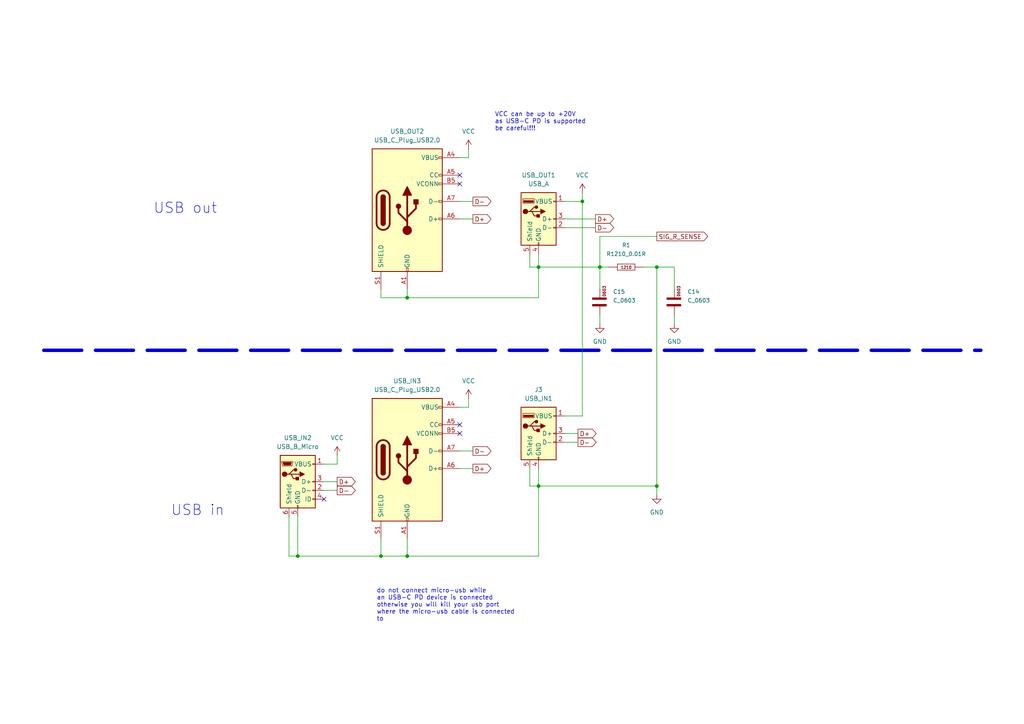
<source format=kicad_sch>
(kicad_sch (version 20211123) (generator eeschema)
  (paper "A4")
  (title_block (title "UM25/C schematic") (date "2022-02-06") (rev "1") (comment 1 "license GPLv2") (comment 3 "(c) 02/2022, Steffen Mauch "))
  (lib_symbols
    (symbol "Connector:USB_A" (pin_names (offset 1.016))
      (property "Reference" "J" (at -5.08 11.43 0))
      (property "Value" "USB_A" (at -5.08 8.89 0))
      (symbol "USB_A_0_1"
        (rectangle (start -5.08 -7.62) (end 5.08 7.62) (stroke (width 0.254)) (fill (type background)))
        (circle (center -3.81 2.159) (radius 0.635) (stroke (width 0.254)) (fill (type outline)))
        (rectangle (start -1.524 4.826) (end -4.318 5.334) (fill (type outline)))
        (rectangle (start -1.27 4.572) (end -4.572 5.842))
        (circle (center -0.635 3.429) (radius 0.381) (stroke (width 0.254)) (fill (type outline)))
        (rectangle (start -0.127 -7.62) (end 0.127 -6.858))
        (polyline (pts (xy -3.175 2.159) (xy -2.54 2.159) (xy -1.27 3.429) (xy -0.635 3.429)) (stroke (width 0.254)))
        (polyline (pts (xy -2.54 2.159) (xy -1.905 2.159) (xy -1.27 0.889) (xy 0 0.889)) (stroke (width 0.254)))
        (polyline (pts (xy 0.635 2.794) (xy 0.635 1.524) (xy 1.905 2.159) (xy 0.635 2.794)) (stroke (width 0.254)) (fill (type outline)))
        (rectangle (start 0.254 1.27) (end -0.508 0.508) (stroke (width 0.254)) (fill (type outline)))
        (rectangle (start 5.08 -2.667) (end 4.318 -2.413))
        (rectangle (start 5.08 -0.127) (end 4.318 0.127))
        (rectangle (start 5.08 4.953) (end 4.318 5.207))
      )
      (symbol "USB_A_1_1"
        (polyline (pts (xy -1.905 2.159) (xy 0.635 2.159)) (stroke (width 0.254)))
        (pin power_in line (at 7.62 5.08 180) (length 2.54) (name "VBUS") (number "1"))
        (pin bidirectional line (at 7.62 -2.54 180) (length 2.54) (name "D-") (number "2"))
        (pin bidirectional line (at 7.62 0 180) (length 2.54) (name "D+") (number "3"))
        (pin power_in line (at 0 -10.16 90) (length 2.54) (name "GND") (number "4"))
        (pin passive line (at -2.54 -10.16 90) (length 2.54) (name "Shield") (number "5"))
      )
    )
    (symbol "Connector:USB_B_Micro" (pin_names (offset 1.016))
      (property "Reference" "J" (at -5.08 11.43 0))
      (property "Value" "USB_B_Micro" (at -5.08 8.89 0))
      (symbol "USB_B_Micro_0_1"
        (rectangle (start -5.08 -7.62) (end 5.08 7.62) (stroke (width 0.254)) (fill (type background)))
        (circle (center -3.81 2.159) (radius 0.635) (stroke (width 0.254)) (fill (type outline)))
        (circle (center -0.635 3.429) (radius 0.381) (stroke (width 0.254)) (fill (type outline)))
        (rectangle (start -0.127 -7.62) (end 0.127 -6.858))
        (polyline (pts (xy -1.905 2.159) (xy 0.635 2.159)) (stroke (width 0.254)))
        (polyline (pts (xy -3.175 2.159) (xy -2.54 2.159) (xy -1.27 3.429) (xy -0.635 3.429)) (stroke (width 0.254)))
        (polyline (pts (xy -2.54 2.159) (xy -1.905 2.159) (xy -1.27 0.889) (xy 0 0.889)) (stroke (width 0.254)))
        (polyline (pts (xy 0.635 2.794) (xy 0.635 1.524) (xy 1.905 2.159) (xy 0.635 2.794)) (stroke (width 0.254)) (fill (type outline)))
        (polyline (pts (xy -4.318 5.588) (xy -1.778 5.588) (xy -2.032 4.826) (xy -4.064 4.826) (xy -4.318 5.588)) (fill (type outline)))
        (polyline (pts (xy -4.699 5.842) (xy -4.699 5.588) (xy -4.445 4.826) (xy -4.445 4.572) (xy -1.651 4.572) (xy -1.651 4.826) (xy -1.397 5.588) (xy -1.397 5.842) (xy -4.699 5.842)))
        (rectangle (start 0.254 1.27) (end -0.508 0.508) (stroke (width 0.254)) (fill (type outline)))
        (rectangle (start 5.08 -5.207) (end 4.318 -4.953))
        (rectangle (start 5.08 -2.667) (end 4.318 -2.413))
        (rectangle (start 5.08 -0.127) (end 4.318 0.127))
        (rectangle (start 5.08 4.953) (end 4.318 5.207))
      )
      (symbol "USB_B_Micro_1_1"
        (pin power_out line (at 7.62 5.08 180) (length 2.54) (name "VBUS") (number "1"))
        (pin bidirectional line (at 7.62 -2.54 180) (length 2.54) (name "D-") (number "2"))
        (pin bidirectional line (at 7.62 0 180) (length 2.54) (name "D+") (number "3"))
        (pin passive line (at 7.62 -5.08 180) (length 2.54) (name "ID") (number "4"))
        (pin power_out line (at 0 -10.16 90) (length 2.54) (name "GND") (number "5"))
        (pin passive line (at -2.54 -10.16 90) (length 2.54) (name "Shield") (number "6"))
      )
    )
    (symbol "Connector:USB_C_Plug_USB2.0" (pin_names (offset 1.016))
      (property "Reference" "P" (at -10.16 19.05 0))
      (property "Value" "USB_C_Plug_USB2.0" (at 12.7 19.05 0))
      (symbol "USB_C_Plug_USB2.0_0_0"
        (rectangle (start -0.254 -17.78) (end 0.254 -16.764))
        (rectangle (start 10.16 -2.286) (end 9.144 -2.794))
        (rectangle (start 10.16 2.794) (end 9.144 2.286))
        (rectangle (start 10.16 7.874) (end 9.144 7.366))
        (rectangle (start 10.16 10.414) (end 9.144 9.906))
        (rectangle (start 10.16 15.494) (end 9.144 14.986))
      )
      (symbol "USB_C_Plug_USB2.0_0_1"
        (rectangle (start -10.16 17.78) (end 10.16 -17.78) (stroke (width 0.254)) (fill (type background)))
        (arc (start -8.89 -3.81) (mid -6.985 -5.715) (end -5.08 -3.81) (stroke (width 0.508)))
        (arc (start -7.62 -3.81) (mid -6.985 -4.445) (end -6.35 -3.81) (stroke (width 0.254)))
        (arc (start -7.62 -3.81) (mid -6.985 -4.445) (end -6.35 -3.81) (stroke (width 0.254)) (fill (type outline)))
        (rectangle (start -7.62 -3.81) (end -6.35 3.81) (stroke (width 0.254)) (fill (type outline)))
        (arc (start -6.35 3.81) (mid -6.985 4.445) (end -7.62 3.81) (stroke (width 0.254)))
        (arc (start -6.35 3.81) (mid -6.985 4.445) (end -7.62 3.81) (stroke (width 0.254)) (fill (type outline)))
        (arc (start -5.08 3.81) (mid -6.985 5.715) (end -8.89 3.81) (stroke (width 0.508)))
        (circle (center -2.54 1.143) (radius 0.635) (stroke (width 0.254)) (fill (type outline)))
        (circle (center 0 -5.842) (radius 1.27) (fill (type outline)))
        (polyline (pts (xy -8.89 -3.81) (xy -8.89 3.81)) (stroke (width 0.508)))
        (polyline (pts (xy -5.08 3.81) (xy -5.08 -3.81)) (stroke (width 0.508)))
        (polyline (pts (xy 0 -5.842) (xy 0 4.318)) (stroke (width 0.508)))
        (polyline (pts (xy 0 -3.302) (xy -2.54 -0.762) (xy -2.54 0.508)) (stroke (width 0.508)))
        (polyline (pts (xy 0 -2.032) (xy 2.54 0.508) (xy 2.54 1.778)) (stroke (width 0.508)))
        (polyline (pts (xy -1.27 4.318) (xy 0 6.858) (xy 1.27 4.318) (xy -1.27 4.318)) (stroke (width 0.254)) (fill (type outline)))
        (rectangle (start 1.905 1.778) (end 3.175 3.048) (stroke (width 0.254)) (fill (type outline)))
      )
      (symbol "USB_C_Plug_USB2.0_1_1"
        (pin passive line (at 0 -22.86 90) (length 5.08) (name "GND") (number "A1"))
        (pin passive line (at 0 -22.86 90) (length 5.08) hide (name "GND") (number "A12"))
        (pin passive line (at 15.24 15.24 180) (length 5.08) (name "VBUS") (number "A4"))
        (pin bidirectional line (at 15.24 10.16 180) (length 5.08) (name "CC") (number "A5"))
        (pin bidirectional line (at 15.24 -2.54 180) (length 5.08) (name "D+") (number "A6"))
        (pin bidirectional line (at 15.24 2.54 180) (length 5.08) (name "D-") (number "A7"))
        (pin passive line (at 15.24 15.24 180) (length 5.08) hide (name "VBUS") (number "A9"))
        (pin passive line (at 0 -22.86 90) (length 5.08) hide (name "GND") (number "B1"))
        (pin passive line (at 0 -22.86 90) (length 5.08) hide (name "GND") (number "B12"))
        (pin passive line (at 15.24 15.24 180) (length 5.08) hide (name "VBUS") (number "B4"))
        (pin bidirectional line (at 15.24 7.62 180) (length 5.08) (name "VCONN") (number "B5"))
        (pin passive line (at 15.24 15.24 180) (length 5.08) hide (name "VBUS") (number "B9"))
        (pin passive line (at -7.62 -22.86 90) (length 5.08) (name "SHIELD") (number "S1"))
      )
    )
    (symbol "eagleHR:C_0603" (pin_numbers hide) (pin_names (offset 1.016) hide)
      (property "Reference" "C" (at 0.508 2.413 0))
      (property "Value" "C_0603" (at -1.27 -3.81 0))
      (symbol "C_0603_1_0"
        (polyline (pts (xy 0 0) (xy 0.508 0)))
        (polyline (pts (xy 2.54 0) (xy 2.032 0)))
        (text "0603" (at 4.445 -1.27 0) (effects (font (size 0.8128 0.8128))))
      )
      (symbol "C_0603_1_1"
        (rectangle (start 0.635 -1.905) (end 0.127 2.159) (fill (type outline)))
        (rectangle (start 2.54 -1.905) (end 2.032 2.159) (fill (type outline)))
        (pin passive line (at -2.54 0 0) (length 2.54) (name "1") (number "1"))
        (pin passive line (at 5.08 0 180) (length 2.54) (name "2") (number "2"))
      )
    )
    (symbol "eagleHR:R1210_" (pin_numbers hide) (pin_names (offset 1.016) hide)
      (property "Reference" "R" (at -0.381 1.2446 0))
      (property "Value" "R1210_" (at 0.127 -2.286 0))
      (symbol "R1210__1_0"
        (polyline (pts (xy -2.54 -0.889) (xy -2.54 0.889)))
        (polyline (pts (xy -2.54 -0.889) (xy 2.54 -0.889)))
        (polyline (pts (xy 2.54 -0.889) (xy 2.54 0.889)))
        (polyline (pts (xy 2.54 0.889) (xy -2.54 0.889)))
        (text "1210" (at 0.0254 -0.1016 0) (effects (font (size 0.8128 0.8128))))
      )
      (symbol "R1210__1_1"
        (pin passive line (at -5.08 0 0) (length 2.54) (name "1") (number "1"))
        (pin passive line (at 5.08 0 180) (length 2.54) (name "2") (number "2"))
      )
    )
    (symbol "power:GND" (power) (pin_names (offset 0))
      (property "Value" "GND" (at 0 -3.81 0))
      (symbol "GND_0_1"
        (polyline (pts (xy 0 0) (xy 0 -1.27) (xy 1.27 -1.27) (xy 0 -2.54) (xy -1.27 -1.27) (xy 0 -1.27)))
      )
      (symbol "GND_1_1"
        (pin power_in line (at 0 0 270) (length 0) hide (name "GND") (number "1"))
      )
    )
    (symbol "power:VCC" (power) (pin_names (offset 0))
      (property "Value" "VCC" (at 0 3.81 0))
      (symbol "VCC_0_1"
        (polyline (pts (xy -0.762 1.27) (xy 0 2.54)))
        (polyline (pts (xy 0 0) (xy 0 2.54)))
        (polyline (pts (xy 0 2.54) (xy 0.762 1.27)))
      )
      (symbol "VCC_1_1"
        (pin power_in line (at 0 0 90) (length 0) hide (name "VCC") (number "1"))
      )
    )
  )
  (junction (at 156.21 140.97))
  (junction (at 190.5 140.97))
  (junction (at 168.91 58.42))
  (junction (at 156.21 77.47))
  (junction (at 118.11 161.29))
  (junction (at 190.5 77.47))
  (junction (at 173.99 77.47))
  (junction (at 86.36 161.29))
  (junction (at 110.49 161.29))
  (junction (at 118.11 86.36))
  (no_connect (at 93.98 144.78))
  (no_connect (at 133.35 123.19))
  (no_connect (at 133.35 125.73))
  (no_connect (at 133.35 50.8))
  (no_connect (at 133.35 53.34))
  (wire (pts (xy 133.35 45.72) (xy 135.89 45.72)))
  (wire (pts (xy 173.99 91.44) (xy 173.99 93.98)))
  (wire (pts (xy 133.35 135.89) (xy 137.16 135.89)))
  (wire (pts (xy 173.99 68.58) (xy 190.5 68.58)))
  (wire (pts (xy 156.21 73.66) (xy 156.21 77.47)))
  (wire (pts (xy 156.21 77.47) (xy 153.67 77.47)))
  (wire (pts (xy 195.58 83.82) (xy 195.58 77.47)))
  (wire (pts (xy 118.11 86.36) (xy 156.21 86.36)))
  (wire (pts (xy 168.91 58.42) (xy 168.91 120.65)))
  (wire (pts (xy 163.83 128.27) (xy 167.64 128.27)))
  (wire (pts (xy 97.79 134.62) (xy 97.79 132.08)))
  (wire (pts (xy 156.21 77.47) (xy 156.21 86.36)))
  (wire (pts (xy 133.35 58.42) (xy 137.16 58.42)))
  (wire (pts (xy 110.49 161.29) (xy 118.11 161.29)))
  (wire (pts (xy 163.83 125.73) (xy 167.64 125.73)))
  (wire (pts (xy 153.67 140.97) (xy 156.21 140.97)))
  (wire (pts (xy 118.11 83.82) (xy 118.11 86.36)))
  (wire (pts (xy 163.83 58.42) (xy 168.91 58.42)))
  (wire (pts (xy 163.83 120.65) (xy 168.91 120.65)))
  (wire (pts (xy 190.5 77.47) (xy 195.58 77.47)))
  (polyline (pts (xy 12.7 101.6) (xy 284.48 101.6)) (stroke (width 1)))
  (wire (pts (xy 118.11 156.21) (xy 118.11 161.29)))
  (wire (pts (xy 86.36 161.29) (xy 110.49 161.29)))
  (wire (pts (xy 173.99 77.47) (xy 176.53 77.47)))
  (wire (pts (xy 110.49 156.21) (xy 110.49 161.29)))
  (wire (pts (xy 118.11 161.29) (xy 156.21 161.29)))
  (wire (pts (xy 93.98 139.7) (xy 97.79 139.7)))
  (wire (pts (xy 86.36 149.86) (xy 86.36 161.29)))
  (wire (pts (xy 93.98 142.24) (xy 97.79 142.24)))
  (wire (pts (xy 153.67 135.89) (xy 153.67 140.97)))
  (wire (pts (xy 156.21 77.47) (xy 173.99 77.47)))
  (wire (pts (xy 190.5 77.47) (xy 190.5 140.97)))
  (wire (pts (xy 168.91 55.88) (xy 168.91 58.42)))
  (wire (pts (xy 190.5 77.47) (xy 186.69 77.47)))
  (wire (pts (xy 135.89 118.11) (xy 135.89 115.57)))
  (wire (pts (xy 195.58 91.44) (xy 195.58 93.98)))
  (wire (pts (xy 163.83 66.04) (xy 172.72 66.04)))
  (wire (pts (xy 173.99 77.47) (xy 173.99 83.82)))
  (wire (pts (xy 156.21 140.97) (xy 190.5 140.97)))
  (wire (pts (xy 110.49 83.82) (xy 110.49 86.36)))
  (wire (pts (xy 83.82 149.86) (xy 83.82 161.29)))
  (wire (pts (xy 133.35 130.81) (xy 137.16 130.81)))
  (wire (pts (xy 173.99 77.47) (xy 173.99 68.58)))
  (wire (pts (xy 156.21 135.89) (xy 156.21 140.97)))
  (wire (pts (xy 133.35 118.11) (xy 135.89 118.11)))
  (wire (pts (xy 190.5 140.97) (xy 190.5 143.51)))
  (wire (pts (xy 163.83 63.5) (xy 172.72 63.5)))
  (wire (pts (xy 133.35 63.5) (xy 137.16 63.5)))
  (wire (pts (xy 156.21 161.29) (xy 156.21 140.97)))
  (wire (pts (xy 83.82 161.29) (xy 86.36 161.29)))
  (wire (pts (xy 135.89 45.72) (xy 135.89 43.18)))
  (wire (pts (xy 110.49 86.36) (xy 118.11 86.36)))
  (wire (pts (xy 153.67 77.47) (xy 153.67 73.66)))
  (wire (pts (xy 93.98 134.62) (xy 97.79 134.62)))
  (text "VCC can be up to +20V\nas USB-C PD is supported\nbe careful!!!" (at 143.51 38.1 0) (effects (font (size 1.27 1.27)) (justify left bottom)))
  (text "USB out" (at 44.45 62.23 0) (effects (font (size 3 3)) (justify left bottom)))
  (text "do not connect micro-usb while\nan USB-C PD device is connected\notherwise you will kill your usb port\nwhere the micro-usb cable is connected\nto" (at 109.22 180.34 0) (effects (font (size 1.27 1.27)) (justify left bottom)))
  (text "USB in" (at 49.53 149.86 0) (effects (font (size 3 3)) (justify left bottom)))
  (global_label "D+" (shape output) (at 137.16 135.89 0) (property "Intersheet References" "${INTERSHEET_REFS}" (at 142.4155 135.8106 0) (effects (justify left))))
  (global_label "D+" (shape output) (at 172.72 63.5 0) (property "Intersheet References" "${INTERSHEET_REFS}" (at 177.9755 63.4206 0) (effects (justify left))))
  (global_label "D-" (shape output) (at 172.72 66.04 0) (property "Intersheet References" "${INTERSHEET_REFS}" (at 177.9755 65.9606 0) (effects (justify left))))
  (global_label "D+" (shape output) (at 137.16 63.5 0) (property "Intersheet References" "${INTERSHEET_REFS}" (at 142.4155 63.4206 0) (effects (justify left))))
  (global_label "D-" (shape output) (at 137.16 58.42 0) (property "Intersheet References" "${INTERSHEET_REFS}" (at 142.4155 58.3406 0) (effects (justify left))))
  (global_label "D-" (shape output) (at 137.16 130.81 0) (property "Intersheet References" "${INTERSHEET_REFS}" (at 142.4155 130.7306 0) (effects (justify left))))
  (global_label "D-" (shape output) (at 97.79 142.24 0) (property "Intersheet References" "${INTERSHEET_REFS}" (at 103.0455 142.1606 0) (effects (justify left))))
  (global_label "D+" (shape output) (at 97.79 139.7 0) (property "Intersheet References" "${INTERSHEET_REFS}" (at 103.0455 139.6206 0) (effects (justify left))))
  (global_label "D-" (shape output) (at 167.64 128.27 0) (property "Intersheet References" "${INTERSHEET_REFS}" (at 172.8955 128.1906 0) (effects (justify left))))
  (global_label "SIG_R_SENSE" (shape output) (at 190.5 68.58 0) (property "Intersheet References" "${INTERSHEET_REFS}" (at 205.2502 68.5006 0) (effects (justify left))))
  (global_label "D+" (shape output) (at 167.64 125.73 0) (property "Intersheet References" "${INTERSHEET_REFS}" (at 172.8955 125.6506 0) (effects (justify left))))
  (symbol (lib_id "eagleHR:R1210_") (at 181.61 77.47 0) (unit 1)
    (property "Reference" "R1" (at 181.61 71.12 0) (effects (font (size 1.143 1.143))))
    (property "Value" "R1210_0.01R" (at 181.61 73.66 0) (effects (font (size 1.143 1.143))))
    (property "Footprint" "HR_R1210" (effects hide))
  )
  (symbol (lib_id "power:VCC") (at 135.89 43.18 0) (unit 1)
    (property "Reference" "#PWR040" (effects hide))
    (property "Value" "VCC" (at 135.89 38.1 0))
  )
  (symbol (lib_id "power:GND") (at 190.5 143.51 0) (unit 1)
    (property "Reference" "#PWR016" (effects hide))
    (property "Value" "GND" (at 190.5 148.59 0))
  )
  (symbol (lib_id "power:VCC") (at 97.79 132.08 0) (unit 1)
    (property "Reference" "#PWR039" (effects hide))
    (property "Value" "VCC" (at 97.79 127 0))
  )
  (symbol (lib_id "power:VCC") (at 135.89 115.57 0) (unit 1)
    (property "Reference" "#PWR041" (effects hide))
    (property "Value" "VCC" (at 135.89 110.49 0))
  )
  (symbol (lib_id "Connector:USB_C_Plug_USB2.0") (at 118.11 60.96 0) (unit 1)
    (property "Reference" "USB_OUT2" (at 118.11 38.1 0))
    (property "Value" "USB_C_Plug_USB2.0" (at 118.11 40.64 0))
    (property "Datasheet" "https://www.usb.org/sites/default/files/documents/usb_type-c.zip" (effects hide))
  )
  (symbol (lib_id "Connector:USB_A") (at 156.21 63.5 0) (unit 1)
    (property "Reference" "USB_OUT1" (at 156.21 50.8 0))
    (property "Value" "USB_A" (at 156.21 53.34 0))
    (property "Datasheet" " ~" (effects hide))
  )
  (symbol (lib_id "Connector:USB_A") (at 156.21 125.73 0) (unit 1)
    (property "Reference" "J3" (at 156.21 113.03 0))
    (property "Value" "USB_IN1" (at 156.21 115.57 0))
    (property "Datasheet" " ~" (effects hide))
  )
  (symbol (lib_id "eagleHR:C_0603") (at 173.99 88.9 90) (unit 1)
    (property "Reference" "C15" (at 177.8 84.608 90) (effects (font (size 1.143 1.143)) (justify right)))
    (property "Value" "C_0603" (at 177.8 87.148 90) (effects (font (size 1.143 1.143)) (justify right)))
    (property "Footprint" "HR_0603" (effects hide))
  )
  (symbol (lib_id "Connector:USB_C_Plug_USB2.0") (at 118.11 133.35 0) (unit 1)
    (property "Reference" "USB_IN3" (at 118.11 110.49 0))
    (property "Value" "USB_C_Plug_USB2.0" (at 118.11 113.03 0))
    (property "Datasheet" "https://www.usb.org/sites/default/files/documents/usb_type-c.zip" (effects hide))
  )
  (symbol (lib_id "Connector:USB_B_Micro") (at 86.36 139.7 0) (unit 1)
    (property "Reference" "USB_IN2" (at 86.36 127 0))
    (property "Value" "USB_B_Micro" (at 86.36 129.54 0))
  )
  (symbol (lib_id "power:GND") (at 195.58 93.98 0) (unit 1)
    (property "Reference" "#PWR044" (effects hide))
    (property "Value" "GND" (at 195.58 99.06 0))
  )
  (symbol (lib_id "power:GND") (at 173.99 93.98 0) (unit 1)
    (property "Reference" "#PWR043" (effects hide))
    (property "Value" "GND" (at 173.99 99.06 0))
  )
  (symbol (lib_id "power:VCC") (at 168.91 55.88 0) (unit 1)
    (property "Reference" "#PWR042" (effects hide))
    (property "Value" "VCC" (at 168.91 50.8 0))
  )
  (symbol (lib_id "eagleHR:C_0603") (at 195.58 88.9 90) (unit 1)
    (property "Reference" "C14" (at 199.39 84.608 90) (effects (font (size 1.143 1.143)) (justify right)))
    (property "Value" "C_0603" (at 199.39 87.148 90) (effects (font (size 1.143 1.143)) (justify right)))
    (property "Footprint" "HR_0603" (effects hide))
  )
)
</source>
